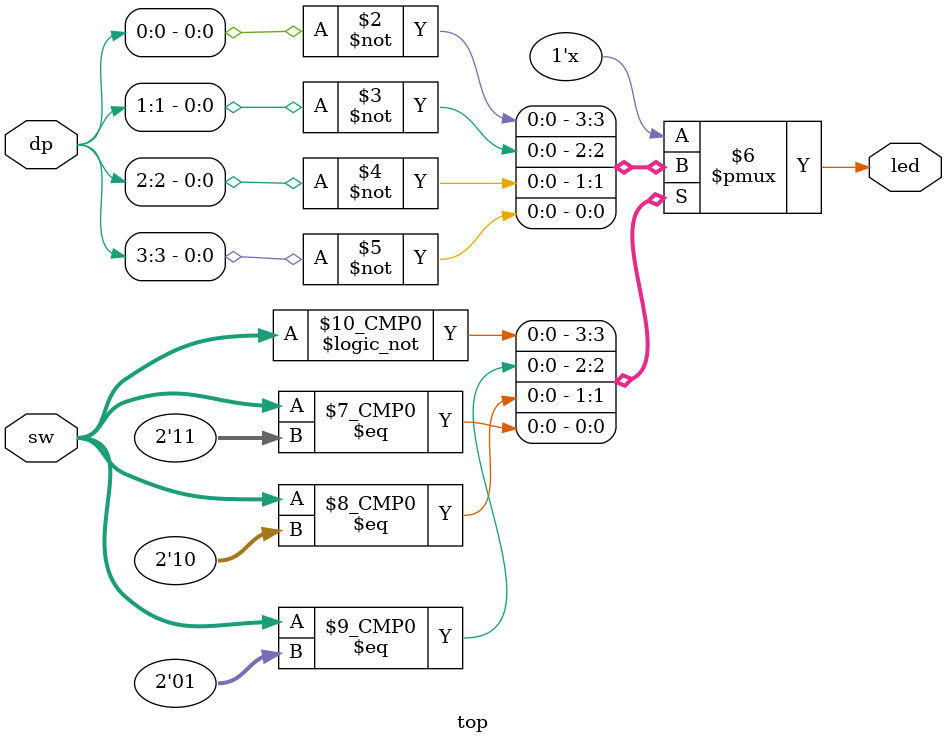
<source format=v>
module top(
	input [3:0]dp,
	input [1:0]sw,
	output reg led
);



always@(dp,sw)
begin
	case(sw)
		2'b00:
		begin
			led <= ~dp[0];
		end
		2'b01:
		begin
			led <= ~dp[1];
		end
		2'b10:
		begin
			led <= ~dp[2];
		end
		2'b11:
		begin
			led <= ~dp[3];
		end
	endcase
end

endmodule

</source>
